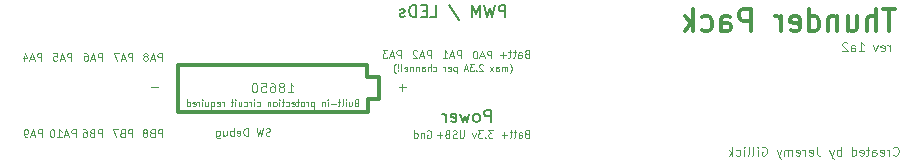
<source format=gbr>
G04 #@! TF.GenerationSoftware,KiCad,Pcbnew,(5.1.4-0-10_14)*
G04 #@! TF.CreationDate,2019-09-17T09:12:07-07:00*
G04 #@! TF.ProjectId,STM32L0xx_18650,53544d33-324c-4307-9878-5f3138363530,rev?*
G04 #@! TF.SameCoordinates,Original*
G04 #@! TF.FileFunction,Legend,Bot*
G04 #@! TF.FilePolarity,Positive*
%FSLAX46Y46*%
G04 Gerber Fmt 4.6, Leading zero omitted, Abs format (unit mm)*
G04 Created by KiCad (PCBNEW (5.1.4-0-10_14)) date 2019-09-17 09:12:07*
%MOMM*%
%LPD*%
G04 APERTURE LIST*
%ADD10C,0.100000*%
%ADD11C,0.060000*%
%ADD12C,0.200000*%
%ADD13C,0.300000*%
%ADD14C,0.080000*%
G04 APERTURE END LIST*
D10*
X152256428Y-96864285D02*
X152256428Y-96364285D01*
X152256428Y-96507142D02*
X152220714Y-96435714D01*
X152185000Y-96400000D01*
X152113571Y-96364285D01*
X152042142Y-96364285D01*
X151506428Y-96828571D02*
X151577857Y-96864285D01*
X151720714Y-96864285D01*
X151792142Y-96828571D01*
X151827857Y-96757142D01*
X151827857Y-96471428D01*
X151792142Y-96400000D01*
X151720714Y-96364285D01*
X151577857Y-96364285D01*
X151506428Y-96400000D01*
X151470714Y-96471428D01*
X151470714Y-96542857D01*
X151827857Y-96614285D01*
X151220714Y-96364285D02*
X151042142Y-96864285D01*
X150863571Y-96364285D01*
X149613571Y-96864285D02*
X150042142Y-96864285D01*
X149827857Y-96864285D02*
X149827857Y-96114285D01*
X149899285Y-96221428D01*
X149970714Y-96292857D01*
X150042142Y-96328571D01*
X148970714Y-96864285D02*
X148970714Y-96471428D01*
X149006428Y-96400000D01*
X149077857Y-96364285D01*
X149220714Y-96364285D01*
X149292142Y-96400000D01*
X148970714Y-96828571D02*
X149042142Y-96864285D01*
X149220714Y-96864285D01*
X149292142Y-96828571D01*
X149327857Y-96757142D01*
X149327857Y-96685714D01*
X149292142Y-96614285D01*
X149220714Y-96578571D01*
X149042142Y-96578571D01*
X148970714Y-96542857D01*
X148649285Y-96185714D02*
X148613571Y-96150000D01*
X148542142Y-96114285D01*
X148363571Y-96114285D01*
X148292142Y-96150000D01*
X148256428Y-96185714D01*
X148220714Y-96257142D01*
X148220714Y-96328571D01*
X148256428Y-96435714D01*
X148685000Y-96864285D01*
X148220714Y-96864285D01*
X152539285Y-105642857D02*
X152575000Y-105678571D01*
X152682142Y-105714285D01*
X152753571Y-105714285D01*
X152860714Y-105678571D01*
X152932142Y-105607142D01*
X152967857Y-105535714D01*
X153003571Y-105392857D01*
X153003571Y-105285714D01*
X152967857Y-105142857D01*
X152932142Y-105071428D01*
X152860714Y-105000000D01*
X152753571Y-104964285D01*
X152682142Y-104964285D01*
X152575000Y-105000000D01*
X152539285Y-105035714D01*
X152217857Y-105714285D02*
X152217857Y-105214285D01*
X152217857Y-105357142D02*
X152182142Y-105285714D01*
X152146428Y-105250000D01*
X152075000Y-105214285D01*
X152003571Y-105214285D01*
X151467857Y-105678571D02*
X151539285Y-105714285D01*
X151682142Y-105714285D01*
X151753571Y-105678571D01*
X151789285Y-105607142D01*
X151789285Y-105321428D01*
X151753571Y-105250000D01*
X151682142Y-105214285D01*
X151539285Y-105214285D01*
X151467857Y-105250000D01*
X151432142Y-105321428D01*
X151432142Y-105392857D01*
X151789285Y-105464285D01*
X150789285Y-105714285D02*
X150789285Y-105321428D01*
X150825000Y-105250000D01*
X150896428Y-105214285D01*
X151039285Y-105214285D01*
X151110714Y-105250000D01*
X150789285Y-105678571D02*
X150860714Y-105714285D01*
X151039285Y-105714285D01*
X151110714Y-105678571D01*
X151146428Y-105607142D01*
X151146428Y-105535714D01*
X151110714Y-105464285D01*
X151039285Y-105428571D01*
X150860714Y-105428571D01*
X150789285Y-105392857D01*
X150539285Y-105214285D02*
X150253571Y-105214285D01*
X150432142Y-104964285D02*
X150432142Y-105607142D01*
X150396428Y-105678571D01*
X150325000Y-105714285D01*
X150253571Y-105714285D01*
X149717857Y-105678571D02*
X149789285Y-105714285D01*
X149932142Y-105714285D01*
X150003571Y-105678571D01*
X150039285Y-105607142D01*
X150039285Y-105321428D01*
X150003571Y-105250000D01*
X149932142Y-105214285D01*
X149789285Y-105214285D01*
X149717857Y-105250000D01*
X149682142Y-105321428D01*
X149682142Y-105392857D01*
X150039285Y-105464285D01*
X149039285Y-105714285D02*
X149039285Y-104964285D01*
X149039285Y-105678571D02*
X149110714Y-105714285D01*
X149253571Y-105714285D01*
X149325000Y-105678571D01*
X149360714Y-105642857D01*
X149396428Y-105571428D01*
X149396428Y-105357142D01*
X149360714Y-105285714D01*
X149325000Y-105250000D01*
X149253571Y-105214285D01*
X149110714Y-105214285D01*
X149039285Y-105250000D01*
X148110714Y-105714285D02*
X148110714Y-104964285D01*
X148110714Y-105250000D02*
X148039285Y-105214285D01*
X147896428Y-105214285D01*
X147825000Y-105250000D01*
X147789285Y-105285714D01*
X147753571Y-105357142D01*
X147753571Y-105571428D01*
X147789285Y-105642857D01*
X147825000Y-105678571D01*
X147896428Y-105714285D01*
X148039285Y-105714285D01*
X148110714Y-105678571D01*
X147503571Y-105214285D02*
X147325000Y-105714285D01*
X147146428Y-105214285D02*
X147325000Y-105714285D01*
X147396428Y-105892857D01*
X147432142Y-105928571D01*
X147503571Y-105964285D01*
X146075000Y-104964285D02*
X146075000Y-105500000D01*
X146110714Y-105607142D01*
X146182142Y-105678571D01*
X146289285Y-105714285D01*
X146360714Y-105714285D01*
X145432142Y-105678571D02*
X145503571Y-105714285D01*
X145646428Y-105714285D01*
X145717857Y-105678571D01*
X145753571Y-105607142D01*
X145753571Y-105321428D01*
X145717857Y-105250000D01*
X145646428Y-105214285D01*
X145503571Y-105214285D01*
X145432142Y-105250000D01*
X145396428Y-105321428D01*
X145396428Y-105392857D01*
X145753571Y-105464285D01*
X145075000Y-105714285D02*
X145075000Y-105214285D01*
X145075000Y-105357142D02*
X145039285Y-105285714D01*
X145003571Y-105250000D01*
X144932142Y-105214285D01*
X144860714Y-105214285D01*
X144325000Y-105678571D02*
X144396428Y-105714285D01*
X144539285Y-105714285D01*
X144610714Y-105678571D01*
X144646428Y-105607142D01*
X144646428Y-105321428D01*
X144610714Y-105250000D01*
X144539285Y-105214285D01*
X144396428Y-105214285D01*
X144325000Y-105250000D01*
X144289285Y-105321428D01*
X144289285Y-105392857D01*
X144646428Y-105464285D01*
X143967857Y-105714285D02*
X143967857Y-105214285D01*
X143967857Y-105285714D02*
X143932142Y-105250000D01*
X143860714Y-105214285D01*
X143753571Y-105214285D01*
X143682142Y-105250000D01*
X143646428Y-105321428D01*
X143646428Y-105714285D01*
X143646428Y-105321428D02*
X143610714Y-105250000D01*
X143539285Y-105214285D01*
X143432142Y-105214285D01*
X143360714Y-105250000D01*
X143325000Y-105321428D01*
X143325000Y-105714285D01*
X143039285Y-105214285D02*
X142860714Y-105714285D01*
X142682142Y-105214285D02*
X142860714Y-105714285D01*
X142932142Y-105892857D01*
X142967857Y-105928571D01*
X143039285Y-105964285D01*
X141432142Y-105000000D02*
X141503571Y-104964285D01*
X141610714Y-104964285D01*
X141717857Y-105000000D01*
X141789285Y-105071428D01*
X141825000Y-105142857D01*
X141860714Y-105285714D01*
X141860714Y-105392857D01*
X141825000Y-105535714D01*
X141789285Y-105607142D01*
X141717857Y-105678571D01*
X141610714Y-105714285D01*
X141539285Y-105714285D01*
X141432142Y-105678571D01*
X141396428Y-105642857D01*
X141396428Y-105392857D01*
X141539285Y-105392857D01*
X141075000Y-105714285D02*
X141075000Y-105214285D01*
X141075000Y-104964285D02*
X141110714Y-105000000D01*
X141075000Y-105035714D01*
X141039285Y-105000000D01*
X141075000Y-104964285D01*
X141075000Y-105035714D01*
X140610714Y-105714285D02*
X140682142Y-105678571D01*
X140717857Y-105607142D01*
X140717857Y-104964285D01*
X140217857Y-105714285D02*
X140289285Y-105678571D01*
X140325000Y-105607142D01*
X140325000Y-104964285D01*
X139932142Y-105714285D02*
X139932142Y-105214285D01*
X139932142Y-104964285D02*
X139967857Y-105000000D01*
X139932142Y-105035714D01*
X139896428Y-105000000D01*
X139932142Y-104964285D01*
X139932142Y-105035714D01*
X139253571Y-105678571D02*
X139325000Y-105714285D01*
X139467857Y-105714285D01*
X139539285Y-105678571D01*
X139575000Y-105642857D01*
X139610714Y-105571428D01*
X139610714Y-105357142D01*
X139575000Y-105285714D01*
X139539285Y-105250000D01*
X139467857Y-105214285D01*
X139325000Y-105214285D01*
X139253571Y-105250000D01*
X138932142Y-105714285D02*
X138932142Y-104964285D01*
X138860714Y-105428571D02*
X138646428Y-105714285D01*
X138646428Y-105214285D02*
X138932142Y-105500000D01*
D11*
X120082142Y-98758333D02*
X120108333Y-98732142D01*
X120160714Y-98653571D01*
X120186904Y-98601190D01*
X120213095Y-98522619D01*
X120239285Y-98391666D01*
X120239285Y-98286904D01*
X120213095Y-98155952D01*
X120186904Y-98077380D01*
X120160714Y-98025000D01*
X120108333Y-97946428D01*
X120082142Y-97920238D01*
X119872619Y-98548809D02*
X119872619Y-98182142D01*
X119872619Y-98234523D02*
X119846428Y-98208333D01*
X119794047Y-98182142D01*
X119715476Y-98182142D01*
X119663095Y-98208333D01*
X119636904Y-98260714D01*
X119636904Y-98548809D01*
X119636904Y-98260714D02*
X119610714Y-98208333D01*
X119558333Y-98182142D01*
X119479761Y-98182142D01*
X119427380Y-98208333D01*
X119401190Y-98260714D01*
X119401190Y-98548809D01*
X118903571Y-98548809D02*
X118903571Y-98260714D01*
X118929761Y-98208333D01*
X118982142Y-98182142D01*
X119086904Y-98182142D01*
X119139285Y-98208333D01*
X118903571Y-98522619D02*
X118955952Y-98548809D01*
X119086904Y-98548809D01*
X119139285Y-98522619D01*
X119165476Y-98470238D01*
X119165476Y-98417857D01*
X119139285Y-98365476D01*
X119086904Y-98339285D01*
X118955952Y-98339285D01*
X118903571Y-98313095D01*
X118694047Y-98548809D02*
X118405952Y-98182142D01*
X118694047Y-98182142D02*
X118405952Y-98548809D01*
X117803571Y-98051190D02*
X117777380Y-98025000D01*
X117725000Y-97998809D01*
X117594047Y-97998809D01*
X117541666Y-98025000D01*
X117515476Y-98051190D01*
X117489285Y-98103571D01*
X117489285Y-98155952D01*
X117515476Y-98234523D01*
X117829761Y-98548809D01*
X117489285Y-98548809D01*
X117253571Y-98496428D02*
X117227380Y-98522619D01*
X117253571Y-98548809D01*
X117279761Y-98522619D01*
X117253571Y-98496428D01*
X117253571Y-98548809D01*
X117044047Y-97998809D02*
X116703571Y-97998809D01*
X116886904Y-98208333D01*
X116808333Y-98208333D01*
X116755952Y-98234523D01*
X116729761Y-98260714D01*
X116703571Y-98313095D01*
X116703571Y-98444047D01*
X116729761Y-98496428D01*
X116755952Y-98522619D01*
X116808333Y-98548809D01*
X116965476Y-98548809D01*
X117017857Y-98522619D01*
X117044047Y-98496428D01*
X116494047Y-98391666D02*
X116232142Y-98391666D01*
X116546428Y-98548809D02*
X116363095Y-97998809D01*
X116179761Y-98548809D01*
X115577380Y-98182142D02*
X115577380Y-98732142D01*
X115577380Y-98208333D02*
X115525000Y-98182142D01*
X115420238Y-98182142D01*
X115367857Y-98208333D01*
X115341666Y-98234523D01*
X115315476Y-98286904D01*
X115315476Y-98444047D01*
X115341666Y-98496428D01*
X115367857Y-98522619D01*
X115420238Y-98548809D01*
X115525000Y-98548809D01*
X115577380Y-98522619D01*
X114870238Y-98522619D02*
X114922619Y-98548809D01*
X115027380Y-98548809D01*
X115079761Y-98522619D01*
X115105952Y-98470238D01*
X115105952Y-98260714D01*
X115079761Y-98208333D01*
X115027380Y-98182142D01*
X114922619Y-98182142D01*
X114870238Y-98208333D01*
X114844047Y-98260714D01*
X114844047Y-98313095D01*
X115105952Y-98365476D01*
X114608333Y-98548809D02*
X114608333Y-98182142D01*
X114608333Y-98286904D02*
X114582142Y-98234523D01*
X114555952Y-98208333D01*
X114503571Y-98182142D01*
X114451190Y-98182142D01*
X113613095Y-98522619D02*
X113665476Y-98548809D01*
X113770238Y-98548809D01*
X113822619Y-98522619D01*
X113848809Y-98496428D01*
X113875000Y-98444047D01*
X113875000Y-98286904D01*
X113848809Y-98234523D01*
X113822619Y-98208333D01*
X113770238Y-98182142D01*
X113665476Y-98182142D01*
X113613095Y-98208333D01*
X113377380Y-98548809D02*
X113377380Y-97998809D01*
X113141666Y-98548809D02*
X113141666Y-98260714D01*
X113167857Y-98208333D01*
X113220238Y-98182142D01*
X113298809Y-98182142D01*
X113351190Y-98208333D01*
X113377380Y-98234523D01*
X112644047Y-98548809D02*
X112644047Y-98260714D01*
X112670238Y-98208333D01*
X112722619Y-98182142D01*
X112827380Y-98182142D01*
X112879761Y-98208333D01*
X112644047Y-98522619D02*
X112696428Y-98548809D01*
X112827380Y-98548809D01*
X112879761Y-98522619D01*
X112905952Y-98470238D01*
X112905952Y-98417857D01*
X112879761Y-98365476D01*
X112827380Y-98339285D01*
X112696428Y-98339285D01*
X112644047Y-98313095D01*
X112382142Y-98182142D02*
X112382142Y-98548809D01*
X112382142Y-98234523D02*
X112355952Y-98208333D01*
X112303571Y-98182142D01*
X112225000Y-98182142D01*
X112172619Y-98208333D01*
X112146428Y-98260714D01*
X112146428Y-98548809D01*
X111884523Y-98182142D02*
X111884523Y-98548809D01*
X111884523Y-98234523D02*
X111858333Y-98208333D01*
X111805952Y-98182142D01*
X111727380Y-98182142D01*
X111675000Y-98208333D01*
X111648809Y-98260714D01*
X111648809Y-98548809D01*
X111177380Y-98522619D02*
X111229761Y-98548809D01*
X111334523Y-98548809D01*
X111386904Y-98522619D01*
X111413095Y-98470238D01*
X111413095Y-98260714D01*
X111386904Y-98208333D01*
X111334523Y-98182142D01*
X111229761Y-98182142D01*
X111177380Y-98208333D01*
X111151190Y-98260714D01*
X111151190Y-98313095D01*
X111413095Y-98365476D01*
X110836904Y-98548809D02*
X110889285Y-98522619D01*
X110915476Y-98470238D01*
X110915476Y-97998809D01*
X110627380Y-98496428D02*
X110601190Y-98522619D01*
X110627380Y-98548809D01*
X110653571Y-98522619D01*
X110627380Y-98496428D01*
X110627380Y-98548809D01*
X110627380Y-98339285D02*
X110653571Y-98025000D01*
X110627380Y-97998809D01*
X110601190Y-98025000D01*
X110627380Y-98339285D01*
X110627380Y-97998809D01*
X110417857Y-98758333D02*
X110391666Y-98732142D01*
X110339285Y-98653571D01*
X110313095Y-98601190D01*
X110286904Y-98522619D01*
X110260714Y-98391666D01*
X110260714Y-98286904D01*
X110286904Y-98155952D01*
X110313095Y-98077380D01*
X110339285Y-98025000D01*
X110391666Y-97946428D01*
X110417857Y-97920238D01*
D10*
X90608333Y-97694047D02*
X90608333Y-97044047D01*
X90360714Y-97044047D01*
X90298809Y-97075000D01*
X90267857Y-97105952D01*
X90236904Y-97167857D01*
X90236904Y-97260714D01*
X90267857Y-97322619D01*
X90298809Y-97353571D01*
X90360714Y-97384523D01*
X90608333Y-97384523D01*
X89989285Y-97508333D02*
X89679761Y-97508333D01*
X90051190Y-97694047D02*
X89834523Y-97044047D01*
X89617857Y-97694047D01*
X89308333Y-97322619D02*
X89370238Y-97291666D01*
X89401190Y-97260714D01*
X89432142Y-97198809D01*
X89432142Y-97167857D01*
X89401190Y-97105952D01*
X89370238Y-97075000D01*
X89308333Y-97044047D01*
X89184523Y-97044047D01*
X89122619Y-97075000D01*
X89091666Y-97105952D01*
X89060714Y-97167857D01*
X89060714Y-97198809D01*
X89091666Y-97260714D01*
X89122619Y-97291666D01*
X89184523Y-97322619D01*
X89308333Y-97322619D01*
X89370238Y-97353571D01*
X89401190Y-97384523D01*
X89432142Y-97446428D01*
X89432142Y-97570238D01*
X89401190Y-97632142D01*
X89370238Y-97663095D01*
X89308333Y-97694047D01*
X89184523Y-97694047D01*
X89122619Y-97663095D01*
X89091666Y-97632142D01*
X89060714Y-97570238D01*
X89060714Y-97446428D01*
X89091666Y-97384523D01*
X89122619Y-97353571D01*
X89184523Y-97322619D01*
X88133333Y-97694047D02*
X88133333Y-97044047D01*
X87885714Y-97044047D01*
X87823809Y-97075000D01*
X87792857Y-97105952D01*
X87761904Y-97167857D01*
X87761904Y-97260714D01*
X87792857Y-97322619D01*
X87823809Y-97353571D01*
X87885714Y-97384523D01*
X88133333Y-97384523D01*
X87514285Y-97508333D02*
X87204761Y-97508333D01*
X87576190Y-97694047D02*
X87359523Y-97044047D01*
X87142857Y-97694047D01*
X86988095Y-97044047D02*
X86554761Y-97044047D01*
X86833333Y-97694047D01*
X85558333Y-97694047D02*
X85558333Y-97044047D01*
X85310714Y-97044047D01*
X85248809Y-97075000D01*
X85217857Y-97105952D01*
X85186904Y-97167857D01*
X85186904Y-97260714D01*
X85217857Y-97322619D01*
X85248809Y-97353571D01*
X85310714Y-97384523D01*
X85558333Y-97384523D01*
X84939285Y-97508333D02*
X84629761Y-97508333D01*
X85001190Y-97694047D02*
X84784523Y-97044047D01*
X84567857Y-97694047D01*
X84072619Y-97044047D02*
X84196428Y-97044047D01*
X84258333Y-97075000D01*
X84289285Y-97105952D01*
X84351190Y-97198809D01*
X84382142Y-97322619D01*
X84382142Y-97570238D01*
X84351190Y-97632142D01*
X84320238Y-97663095D01*
X84258333Y-97694047D01*
X84134523Y-97694047D01*
X84072619Y-97663095D01*
X84041666Y-97632142D01*
X84010714Y-97570238D01*
X84010714Y-97415476D01*
X84041666Y-97353571D01*
X84072619Y-97322619D01*
X84134523Y-97291666D01*
X84258333Y-97291666D01*
X84320238Y-97322619D01*
X84351190Y-97353571D01*
X84382142Y-97415476D01*
X82958333Y-97694047D02*
X82958333Y-97044047D01*
X82710714Y-97044047D01*
X82648809Y-97075000D01*
X82617857Y-97105952D01*
X82586904Y-97167857D01*
X82586904Y-97260714D01*
X82617857Y-97322619D01*
X82648809Y-97353571D01*
X82710714Y-97384523D01*
X82958333Y-97384523D01*
X82339285Y-97508333D02*
X82029761Y-97508333D01*
X82401190Y-97694047D02*
X82184523Y-97044047D01*
X81967857Y-97694047D01*
X81441666Y-97044047D02*
X81751190Y-97044047D01*
X81782142Y-97353571D01*
X81751190Y-97322619D01*
X81689285Y-97291666D01*
X81534523Y-97291666D01*
X81472619Y-97322619D01*
X81441666Y-97353571D01*
X81410714Y-97415476D01*
X81410714Y-97570238D01*
X81441666Y-97632142D01*
X81472619Y-97663095D01*
X81534523Y-97694047D01*
X81689285Y-97694047D01*
X81751190Y-97663095D01*
X81782142Y-97632142D01*
X80408333Y-97694047D02*
X80408333Y-97044047D01*
X80160714Y-97044047D01*
X80098809Y-97075000D01*
X80067857Y-97105952D01*
X80036904Y-97167857D01*
X80036904Y-97260714D01*
X80067857Y-97322619D01*
X80098809Y-97353571D01*
X80160714Y-97384523D01*
X80408333Y-97384523D01*
X79789285Y-97508333D02*
X79479761Y-97508333D01*
X79851190Y-97694047D02*
X79634523Y-97044047D01*
X79417857Y-97694047D01*
X78922619Y-97260714D02*
X78922619Y-97694047D01*
X79077380Y-97013095D02*
X79232142Y-97477380D01*
X78829761Y-97477380D01*
X90654761Y-104144047D02*
X90654761Y-103494047D01*
X90407142Y-103494047D01*
X90345238Y-103525000D01*
X90314285Y-103555952D01*
X90283333Y-103617857D01*
X90283333Y-103710714D01*
X90314285Y-103772619D01*
X90345238Y-103803571D01*
X90407142Y-103834523D01*
X90654761Y-103834523D01*
X89788095Y-103803571D02*
X89695238Y-103834523D01*
X89664285Y-103865476D01*
X89633333Y-103927380D01*
X89633333Y-104020238D01*
X89664285Y-104082142D01*
X89695238Y-104113095D01*
X89757142Y-104144047D01*
X90004761Y-104144047D01*
X90004761Y-103494047D01*
X89788095Y-103494047D01*
X89726190Y-103525000D01*
X89695238Y-103555952D01*
X89664285Y-103617857D01*
X89664285Y-103679761D01*
X89695238Y-103741666D01*
X89726190Y-103772619D01*
X89788095Y-103803571D01*
X90004761Y-103803571D01*
X89261904Y-103772619D02*
X89323809Y-103741666D01*
X89354761Y-103710714D01*
X89385714Y-103648809D01*
X89385714Y-103617857D01*
X89354761Y-103555952D01*
X89323809Y-103525000D01*
X89261904Y-103494047D01*
X89138095Y-103494047D01*
X89076190Y-103525000D01*
X89045238Y-103555952D01*
X89014285Y-103617857D01*
X89014285Y-103648809D01*
X89045238Y-103710714D01*
X89076190Y-103741666D01*
X89138095Y-103772619D01*
X89261904Y-103772619D01*
X89323809Y-103803571D01*
X89354761Y-103834523D01*
X89385714Y-103896428D01*
X89385714Y-104020238D01*
X89354761Y-104082142D01*
X89323809Y-104113095D01*
X89261904Y-104144047D01*
X89138095Y-104144047D01*
X89076190Y-104113095D01*
X89045238Y-104082142D01*
X89014285Y-104020238D01*
X89014285Y-103896428D01*
X89045238Y-103834523D01*
X89076190Y-103803571D01*
X89138095Y-103772619D01*
X88129761Y-104144047D02*
X88129761Y-103494047D01*
X87882142Y-103494047D01*
X87820238Y-103525000D01*
X87789285Y-103555952D01*
X87758333Y-103617857D01*
X87758333Y-103710714D01*
X87789285Y-103772619D01*
X87820238Y-103803571D01*
X87882142Y-103834523D01*
X88129761Y-103834523D01*
X87263095Y-103803571D02*
X87170238Y-103834523D01*
X87139285Y-103865476D01*
X87108333Y-103927380D01*
X87108333Y-104020238D01*
X87139285Y-104082142D01*
X87170238Y-104113095D01*
X87232142Y-104144047D01*
X87479761Y-104144047D01*
X87479761Y-103494047D01*
X87263095Y-103494047D01*
X87201190Y-103525000D01*
X87170238Y-103555952D01*
X87139285Y-103617857D01*
X87139285Y-103679761D01*
X87170238Y-103741666D01*
X87201190Y-103772619D01*
X87263095Y-103803571D01*
X87479761Y-103803571D01*
X86891666Y-103494047D02*
X86458333Y-103494047D01*
X86736904Y-104144047D01*
X85554761Y-104144047D02*
X85554761Y-103494047D01*
X85307142Y-103494047D01*
X85245238Y-103525000D01*
X85214285Y-103555952D01*
X85183333Y-103617857D01*
X85183333Y-103710714D01*
X85214285Y-103772619D01*
X85245238Y-103803571D01*
X85307142Y-103834523D01*
X85554761Y-103834523D01*
X84688095Y-103803571D02*
X84595238Y-103834523D01*
X84564285Y-103865476D01*
X84533333Y-103927380D01*
X84533333Y-104020238D01*
X84564285Y-104082142D01*
X84595238Y-104113095D01*
X84657142Y-104144047D01*
X84904761Y-104144047D01*
X84904761Y-103494047D01*
X84688095Y-103494047D01*
X84626190Y-103525000D01*
X84595238Y-103555952D01*
X84564285Y-103617857D01*
X84564285Y-103679761D01*
X84595238Y-103741666D01*
X84626190Y-103772619D01*
X84688095Y-103803571D01*
X84904761Y-103803571D01*
X83976190Y-103494047D02*
X84100000Y-103494047D01*
X84161904Y-103525000D01*
X84192857Y-103555952D01*
X84254761Y-103648809D01*
X84285714Y-103772619D01*
X84285714Y-104020238D01*
X84254761Y-104082142D01*
X84223809Y-104113095D01*
X84161904Y-104144047D01*
X84038095Y-104144047D01*
X83976190Y-104113095D01*
X83945238Y-104082142D01*
X83914285Y-104020238D01*
X83914285Y-103865476D01*
X83945238Y-103803571D01*
X83976190Y-103772619D01*
X84038095Y-103741666D01*
X84161904Y-103741666D01*
X84223809Y-103772619D01*
X84254761Y-103803571D01*
X84285714Y-103865476D01*
X83317857Y-104144047D02*
X83317857Y-103494047D01*
X83070238Y-103494047D01*
X83008333Y-103525000D01*
X82977380Y-103555952D01*
X82946428Y-103617857D01*
X82946428Y-103710714D01*
X82977380Y-103772619D01*
X83008333Y-103803571D01*
X83070238Y-103834523D01*
X83317857Y-103834523D01*
X82698809Y-103958333D02*
X82389285Y-103958333D01*
X82760714Y-104144047D02*
X82544047Y-103494047D01*
X82327380Y-104144047D01*
X81770238Y-104144047D02*
X82141666Y-104144047D01*
X81955952Y-104144047D02*
X81955952Y-103494047D01*
X82017857Y-103586904D01*
X82079761Y-103648809D01*
X82141666Y-103679761D01*
X81367857Y-103494047D02*
X81305952Y-103494047D01*
X81244047Y-103525000D01*
X81213095Y-103555952D01*
X81182142Y-103617857D01*
X81151190Y-103741666D01*
X81151190Y-103896428D01*
X81182142Y-104020238D01*
X81213095Y-104082142D01*
X81244047Y-104113095D01*
X81305952Y-104144047D01*
X81367857Y-104144047D01*
X81429761Y-104113095D01*
X81460714Y-104082142D01*
X81491666Y-104020238D01*
X81522619Y-103896428D01*
X81522619Y-103741666D01*
X81491666Y-103617857D01*
X81460714Y-103555952D01*
X81429761Y-103525000D01*
X81367857Y-103494047D01*
X80483333Y-104144047D02*
X80483333Y-103494047D01*
X80235714Y-103494047D01*
X80173809Y-103525000D01*
X80142857Y-103555952D01*
X80111904Y-103617857D01*
X80111904Y-103710714D01*
X80142857Y-103772619D01*
X80173809Y-103803571D01*
X80235714Y-103834523D01*
X80483333Y-103834523D01*
X79864285Y-103958333D02*
X79554761Y-103958333D01*
X79926190Y-104144047D02*
X79709523Y-103494047D01*
X79492857Y-104144047D01*
X79245238Y-104144047D02*
X79121428Y-104144047D01*
X79059523Y-104113095D01*
X79028571Y-104082142D01*
X78966666Y-103989285D01*
X78935714Y-103865476D01*
X78935714Y-103617857D01*
X78966666Y-103555952D01*
X78997619Y-103525000D01*
X79059523Y-103494047D01*
X79183333Y-103494047D01*
X79245238Y-103525000D01*
X79276190Y-103555952D01*
X79307142Y-103617857D01*
X79307142Y-103772619D01*
X79276190Y-103834523D01*
X79245238Y-103865476D01*
X79183333Y-103896428D01*
X79059523Y-103896428D01*
X78997619Y-103865476D01*
X78966666Y-103834523D01*
X78935714Y-103772619D01*
X110858333Y-97469047D02*
X110858333Y-96819047D01*
X110610714Y-96819047D01*
X110548809Y-96850000D01*
X110517857Y-96880952D01*
X110486904Y-96942857D01*
X110486904Y-97035714D01*
X110517857Y-97097619D01*
X110548809Y-97128571D01*
X110610714Y-97159523D01*
X110858333Y-97159523D01*
X110239285Y-97283333D02*
X109929761Y-97283333D01*
X110301190Y-97469047D02*
X110084523Y-96819047D01*
X109867857Y-97469047D01*
X109713095Y-96819047D02*
X109310714Y-96819047D01*
X109527380Y-97066666D01*
X109434523Y-97066666D01*
X109372619Y-97097619D01*
X109341666Y-97128571D01*
X109310714Y-97190476D01*
X109310714Y-97345238D01*
X109341666Y-97407142D01*
X109372619Y-97438095D01*
X109434523Y-97469047D01*
X109620238Y-97469047D01*
X109682142Y-97438095D01*
X109713095Y-97407142D01*
X113408333Y-97469047D02*
X113408333Y-96819047D01*
X113160714Y-96819047D01*
X113098809Y-96850000D01*
X113067857Y-96880952D01*
X113036904Y-96942857D01*
X113036904Y-97035714D01*
X113067857Y-97097619D01*
X113098809Y-97128571D01*
X113160714Y-97159523D01*
X113408333Y-97159523D01*
X112789285Y-97283333D02*
X112479761Y-97283333D01*
X112851190Y-97469047D02*
X112634523Y-96819047D01*
X112417857Y-97469047D01*
X112232142Y-96880952D02*
X112201190Y-96850000D01*
X112139285Y-96819047D01*
X111984523Y-96819047D01*
X111922619Y-96850000D01*
X111891666Y-96880952D01*
X111860714Y-96942857D01*
X111860714Y-97004761D01*
X111891666Y-97097619D01*
X112263095Y-97469047D01*
X111860714Y-97469047D01*
X115958333Y-97469047D02*
X115958333Y-96819047D01*
X115710714Y-96819047D01*
X115648809Y-96850000D01*
X115617857Y-96880952D01*
X115586904Y-96942857D01*
X115586904Y-97035714D01*
X115617857Y-97097619D01*
X115648809Y-97128571D01*
X115710714Y-97159523D01*
X115958333Y-97159523D01*
X115339285Y-97283333D02*
X115029761Y-97283333D01*
X115401190Y-97469047D02*
X115184523Y-96819047D01*
X114967857Y-97469047D01*
X114410714Y-97469047D02*
X114782142Y-97469047D01*
X114596428Y-97469047D02*
X114596428Y-96819047D01*
X114658333Y-96911904D01*
X114720238Y-96973809D01*
X114782142Y-97004761D01*
X118508333Y-97494047D02*
X118508333Y-96844047D01*
X118260714Y-96844047D01*
X118198809Y-96875000D01*
X118167857Y-96905952D01*
X118136904Y-96967857D01*
X118136904Y-97060714D01*
X118167857Y-97122619D01*
X118198809Y-97153571D01*
X118260714Y-97184523D01*
X118508333Y-97184523D01*
X117889285Y-97308333D02*
X117579761Y-97308333D01*
X117951190Y-97494047D02*
X117734523Y-96844047D01*
X117517857Y-97494047D01*
X117177380Y-96844047D02*
X117115476Y-96844047D01*
X117053571Y-96875000D01*
X117022619Y-96905952D01*
X116991666Y-96967857D01*
X116960714Y-97091666D01*
X116960714Y-97246428D01*
X116991666Y-97370238D01*
X117022619Y-97432142D01*
X117053571Y-97463095D01*
X117115476Y-97494047D01*
X117177380Y-97494047D01*
X117239285Y-97463095D01*
X117270238Y-97432142D01*
X117301190Y-97370238D01*
X117332142Y-97246428D01*
X117332142Y-97091666D01*
X117301190Y-96967857D01*
X117270238Y-96905952D01*
X117239285Y-96875000D01*
X117177380Y-96844047D01*
X121521428Y-97078571D02*
X121428571Y-97109523D01*
X121397619Y-97140476D01*
X121366666Y-97202380D01*
X121366666Y-97295238D01*
X121397619Y-97357142D01*
X121428571Y-97388095D01*
X121490476Y-97419047D01*
X121738095Y-97419047D01*
X121738095Y-96769047D01*
X121521428Y-96769047D01*
X121459523Y-96800000D01*
X121428571Y-96830952D01*
X121397619Y-96892857D01*
X121397619Y-96954761D01*
X121428571Y-97016666D01*
X121459523Y-97047619D01*
X121521428Y-97078571D01*
X121738095Y-97078571D01*
X120809523Y-97419047D02*
X120809523Y-97078571D01*
X120840476Y-97016666D01*
X120902380Y-96985714D01*
X121026190Y-96985714D01*
X121088095Y-97016666D01*
X120809523Y-97388095D02*
X120871428Y-97419047D01*
X121026190Y-97419047D01*
X121088095Y-97388095D01*
X121119047Y-97326190D01*
X121119047Y-97264285D01*
X121088095Y-97202380D01*
X121026190Y-97171428D01*
X120871428Y-97171428D01*
X120809523Y-97140476D01*
X120592857Y-96985714D02*
X120345238Y-96985714D01*
X120500000Y-96769047D02*
X120500000Y-97326190D01*
X120469047Y-97388095D01*
X120407142Y-97419047D01*
X120345238Y-97419047D01*
X120221428Y-96985714D02*
X119973809Y-96985714D01*
X120128571Y-96769047D02*
X120128571Y-97326190D01*
X120097619Y-97388095D01*
X120035714Y-97419047D01*
X119973809Y-97419047D01*
X119757142Y-97171428D02*
X119261904Y-97171428D01*
X119509523Y-97419047D02*
X119509523Y-96923809D01*
D12*
X119702380Y-93977380D02*
X119702380Y-92977380D01*
X119321428Y-92977380D01*
X119226190Y-93025000D01*
X119178571Y-93072619D01*
X119130952Y-93167857D01*
X119130952Y-93310714D01*
X119178571Y-93405952D01*
X119226190Y-93453571D01*
X119321428Y-93501190D01*
X119702380Y-93501190D01*
X118797619Y-92977380D02*
X118559523Y-93977380D01*
X118369047Y-93263095D01*
X118178571Y-93977380D01*
X117940476Y-92977380D01*
X117559523Y-93977380D02*
X117559523Y-92977380D01*
X117226190Y-93691666D01*
X116892857Y-92977380D01*
X116892857Y-93977380D01*
X114940476Y-92929761D02*
X115797619Y-94215476D01*
X113369047Y-93977380D02*
X113845238Y-93977380D01*
X113845238Y-92977380D01*
X113035714Y-93453571D02*
X112702380Y-93453571D01*
X112559523Y-93977380D02*
X113035714Y-93977380D01*
X113035714Y-92977380D01*
X112559523Y-92977380D01*
X112130952Y-93977380D02*
X112130952Y-92977380D01*
X111892857Y-92977380D01*
X111750000Y-93025000D01*
X111654761Y-93120238D01*
X111607142Y-93215476D01*
X111559523Y-93405952D01*
X111559523Y-93548809D01*
X111607142Y-93739285D01*
X111654761Y-93834523D01*
X111750000Y-93929761D01*
X111892857Y-93977380D01*
X112130952Y-93977380D01*
X111178571Y-93929761D02*
X111083333Y-93977380D01*
X110892857Y-93977380D01*
X110797619Y-93929761D01*
X110750000Y-93834523D01*
X110750000Y-93786904D01*
X110797619Y-93691666D01*
X110892857Y-93644047D01*
X111035714Y-93644047D01*
X111130952Y-93596428D01*
X111178571Y-93501190D01*
X111178571Y-93453571D01*
X111130952Y-93358333D01*
X111035714Y-93310714D01*
X110892857Y-93310714D01*
X110797619Y-93358333D01*
D10*
X121492857Y-103853571D02*
X121407142Y-103884523D01*
X121378571Y-103915476D01*
X121350000Y-103977380D01*
X121350000Y-104070238D01*
X121378571Y-104132142D01*
X121407142Y-104163095D01*
X121464285Y-104194047D01*
X121692857Y-104194047D01*
X121692857Y-103544047D01*
X121492857Y-103544047D01*
X121435714Y-103575000D01*
X121407142Y-103605952D01*
X121378571Y-103667857D01*
X121378571Y-103729761D01*
X121407142Y-103791666D01*
X121435714Y-103822619D01*
X121492857Y-103853571D01*
X121692857Y-103853571D01*
X120835714Y-104194047D02*
X120835714Y-103853571D01*
X120864285Y-103791666D01*
X120921428Y-103760714D01*
X121035714Y-103760714D01*
X121092857Y-103791666D01*
X120835714Y-104163095D02*
X120892857Y-104194047D01*
X121035714Y-104194047D01*
X121092857Y-104163095D01*
X121121428Y-104101190D01*
X121121428Y-104039285D01*
X121092857Y-103977380D01*
X121035714Y-103946428D01*
X120892857Y-103946428D01*
X120835714Y-103915476D01*
X120635714Y-103760714D02*
X120407142Y-103760714D01*
X120550000Y-103544047D02*
X120550000Y-104101190D01*
X120521428Y-104163095D01*
X120464285Y-104194047D01*
X120407142Y-104194047D01*
X120292857Y-103760714D02*
X120064285Y-103760714D01*
X120207142Y-103544047D02*
X120207142Y-104101190D01*
X120178571Y-104163095D01*
X120121428Y-104194047D01*
X120064285Y-104194047D01*
X119864285Y-103946428D02*
X119407142Y-103946428D01*
X119635714Y-104194047D02*
X119635714Y-103698809D01*
X118632142Y-103569047D02*
X118260714Y-103569047D01*
X118460714Y-103816666D01*
X118375000Y-103816666D01*
X118317857Y-103847619D01*
X118289285Y-103878571D01*
X118260714Y-103940476D01*
X118260714Y-104095238D01*
X118289285Y-104157142D01*
X118317857Y-104188095D01*
X118375000Y-104219047D01*
X118546428Y-104219047D01*
X118603571Y-104188095D01*
X118632142Y-104157142D01*
X118003571Y-104157142D02*
X117975000Y-104188095D01*
X118003571Y-104219047D01*
X118032142Y-104188095D01*
X118003571Y-104157142D01*
X118003571Y-104219047D01*
X117775000Y-103569047D02*
X117403571Y-103569047D01*
X117603571Y-103816666D01*
X117517857Y-103816666D01*
X117460714Y-103847619D01*
X117432142Y-103878571D01*
X117403571Y-103940476D01*
X117403571Y-104095238D01*
X117432142Y-104157142D01*
X117460714Y-104188095D01*
X117517857Y-104219047D01*
X117689285Y-104219047D01*
X117746428Y-104188095D01*
X117775000Y-104157142D01*
X117203571Y-103785714D02*
X117060714Y-104219047D01*
X116917857Y-103785714D01*
X116178571Y-103569047D02*
X116178571Y-104095238D01*
X116150000Y-104157142D01*
X116121428Y-104188095D01*
X116064285Y-104219047D01*
X115950000Y-104219047D01*
X115892857Y-104188095D01*
X115864285Y-104157142D01*
X115835714Y-104095238D01*
X115835714Y-103569047D01*
X115578571Y-104188095D02*
X115492857Y-104219047D01*
X115350000Y-104219047D01*
X115292857Y-104188095D01*
X115264285Y-104157142D01*
X115235714Y-104095238D01*
X115235714Y-104033333D01*
X115264285Y-103971428D01*
X115292857Y-103940476D01*
X115350000Y-103909523D01*
X115464285Y-103878571D01*
X115521428Y-103847619D01*
X115550000Y-103816666D01*
X115578571Y-103754761D01*
X115578571Y-103692857D01*
X115550000Y-103630952D01*
X115521428Y-103600000D01*
X115464285Y-103569047D01*
X115321428Y-103569047D01*
X115235714Y-103600000D01*
X114778571Y-103878571D02*
X114692857Y-103909523D01*
X114664285Y-103940476D01*
X114635714Y-104002380D01*
X114635714Y-104095238D01*
X114664285Y-104157142D01*
X114692857Y-104188095D01*
X114750000Y-104219047D01*
X114978571Y-104219047D01*
X114978571Y-103569047D01*
X114778571Y-103569047D01*
X114721428Y-103600000D01*
X114692857Y-103630952D01*
X114664285Y-103692857D01*
X114664285Y-103754761D01*
X114692857Y-103816666D01*
X114721428Y-103847619D01*
X114778571Y-103878571D01*
X114978571Y-103878571D01*
X114378571Y-103971428D02*
X113921428Y-103971428D01*
X114150000Y-104219047D02*
X114150000Y-103723809D01*
X113085714Y-103600000D02*
X113142857Y-103569047D01*
X113228571Y-103569047D01*
X113314285Y-103600000D01*
X113371428Y-103661904D01*
X113400000Y-103723809D01*
X113428571Y-103847619D01*
X113428571Y-103940476D01*
X113400000Y-104064285D01*
X113371428Y-104126190D01*
X113314285Y-104188095D01*
X113228571Y-104219047D01*
X113171428Y-104219047D01*
X113085714Y-104188095D01*
X113057142Y-104157142D01*
X113057142Y-103940476D01*
X113171428Y-103940476D01*
X112800000Y-103785714D02*
X112800000Y-104219047D01*
X112800000Y-103847619D02*
X112771428Y-103816666D01*
X112714285Y-103785714D01*
X112628571Y-103785714D01*
X112571428Y-103816666D01*
X112542857Y-103878571D01*
X112542857Y-104219047D01*
X112000000Y-104219047D02*
X112000000Y-103569047D01*
X112000000Y-104188095D02*
X112057142Y-104219047D01*
X112171428Y-104219047D01*
X112228571Y-104188095D01*
X112257142Y-104157142D01*
X112285714Y-104095238D01*
X112285714Y-103909523D01*
X112257142Y-103847619D01*
X112228571Y-103816666D01*
X112171428Y-103785714D01*
X112057142Y-103785714D01*
X112000000Y-103816666D01*
D12*
X118476190Y-102852380D02*
X118476190Y-101852380D01*
X118095238Y-101852380D01*
X118000000Y-101900000D01*
X117952380Y-101947619D01*
X117904761Y-102042857D01*
X117904761Y-102185714D01*
X117952380Y-102280952D01*
X118000000Y-102328571D01*
X118095238Y-102376190D01*
X118476190Y-102376190D01*
X117333333Y-102852380D02*
X117428571Y-102804761D01*
X117476190Y-102757142D01*
X117523809Y-102661904D01*
X117523809Y-102376190D01*
X117476190Y-102280952D01*
X117428571Y-102233333D01*
X117333333Y-102185714D01*
X117190476Y-102185714D01*
X117095238Y-102233333D01*
X117047619Y-102280952D01*
X117000000Y-102376190D01*
X117000000Y-102661904D01*
X117047619Y-102757142D01*
X117095238Y-102804761D01*
X117190476Y-102852380D01*
X117333333Y-102852380D01*
X116666666Y-102185714D02*
X116476190Y-102852380D01*
X116285714Y-102376190D01*
X116095238Y-102852380D01*
X115904761Y-102185714D01*
X115142857Y-102804761D02*
X115238095Y-102852380D01*
X115428571Y-102852380D01*
X115523809Y-102804761D01*
X115571428Y-102709523D01*
X115571428Y-102328571D01*
X115523809Y-102233333D01*
X115428571Y-102185714D01*
X115238095Y-102185714D01*
X115142857Y-102233333D01*
X115095238Y-102328571D01*
X115095238Y-102423809D01*
X115571428Y-102519047D01*
X114666666Y-102852380D02*
X114666666Y-102185714D01*
X114666666Y-102376190D02*
X114619047Y-102280952D01*
X114571428Y-102233333D01*
X114476190Y-102185714D01*
X114380952Y-102185714D01*
D13*
X152708571Y-93339285D02*
X151680000Y-93339285D01*
X152194285Y-95139285D02*
X152194285Y-93339285D01*
X151080000Y-95139285D02*
X151080000Y-93339285D01*
X150308571Y-95139285D02*
X150308571Y-94196428D01*
X150394285Y-94025000D01*
X150565714Y-93939285D01*
X150822857Y-93939285D01*
X150994285Y-94025000D01*
X151080000Y-94110714D01*
X148680000Y-93939285D02*
X148680000Y-95139285D01*
X149451428Y-93939285D02*
X149451428Y-94882142D01*
X149365714Y-95053571D01*
X149194285Y-95139285D01*
X148937142Y-95139285D01*
X148765714Y-95053571D01*
X148680000Y-94967857D01*
X147822857Y-93939285D02*
X147822857Y-95139285D01*
X147822857Y-94110714D02*
X147737142Y-94025000D01*
X147565714Y-93939285D01*
X147308571Y-93939285D01*
X147137142Y-94025000D01*
X147051428Y-94196428D01*
X147051428Y-95139285D01*
X145422857Y-95139285D02*
X145422857Y-93339285D01*
X145422857Y-95053571D02*
X145594285Y-95139285D01*
X145937142Y-95139285D01*
X146108571Y-95053571D01*
X146194285Y-94967857D01*
X146280000Y-94796428D01*
X146280000Y-94282142D01*
X146194285Y-94110714D01*
X146108571Y-94025000D01*
X145937142Y-93939285D01*
X145594285Y-93939285D01*
X145422857Y-94025000D01*
X143880000Y-95053571D02*
X144051428Y-95139285D01*
X144394285Y-95139285D01*
X144565714Y-95053571D01*
X144651428Y-94882142D01*
X144651428Y-94196428D01*
X144565714Y-94025000D01*
X144394285Y-93939285D01*
X144051428Y-93939285D01*
X143880000Y-94025000D01*
X143794285Y-94196428D01*
X143794285Y-94367857D01*
X144651428Y-94539285D01*
X143022857Y-95139285D02*
X143022857Y-93939285D01*
X143022857Y-94282142D02*
X142937142Y-94110714D01*
X142851428Y-94025000D01*
X142680000Y-93939285D01*
X142508571Y-93939285D01*
X140537142Y-95139285D02*
X140537142Y-93339285D01*
X139851428Y-93339285D01*
X139680000Y-93425000D01*
X139594285Y-93510714D01*
X139508571Y-93682142D01*
X139508571Y-93939285D01*
X139594285Y-94110714D01*
X139680000Y-94196428D01*
X139851428Y-94282142D01*
X140537142Y-94282142D01*
X137965714Y-95139285D02*
X137965714Y-94196428D01*
X138051428Y-94025000D01*
X138222857Y-93939285D01*
X138565714Y-93939285D01*
X138737142Y-94025000D01*
X137965714Y-95053571D02*
X138137142Y-95139285D01*
X138565714Y-95139285D01*
X138737142Y-95053571D01*
X138822857Y-94882142D01*
X138822857Y-94710714D01*
X138737142Y-94539285D01*
X138565714Y-94453571D01*
X138137142Y-94453571D01*
X137965714Y-94367857D01*
X136337142Y-95053571D02*
X136508571Y-95139285D01*
X136851428Y-95139285D01*
X137022857Y-95053571D01*
X137108571Y-94967857D01*
X137194285Y-94796428D01*
X137194285Y-94282142D01*
X137108571Y-94110714D01*
X137022857Y-94025000D01*
X136851428Y-93939285D01*
X136508571Y-93939285D01*
X136337142Y-94025000D01*
X135565714Y-95139285D02*
X135565714Y-93339285D01*
X135394285Y-94453571D02*
X134880000Y-95139285D01*
X134880000Y-93939285D02*
X135565714Y-94625000D01*
X92000000Y-98050800D02*
X92000000Y-102050800D01*
X108000000Y-98050800D02*
X92000000Y-98050800D01*
X108000000Y-99050800D02*
X108000000Y-98050800D01*
X109000000Y-99050800D02*
X108000000Y-99050800D01*
X109000000Y-100950800D02*
X109000000Y-99050800D01*
X108100000Y-100950800D02*
X109000000Y-100950800D01*
X108100000Y-102050800D02*
X108100000Y-100950800D01*
X92000000Y-102050800D02*
X108100000Y-102050800D01*
D14*
X107071428Y-101227142D02*
X106992857Y-101255714D01*
X106966666Y-101284285D01*
X106940476Y-101341428D01*
X106940476Y-101427142D01*
X106966666Y-101484285D01*
X106992857Y-101512857D01*
X107045238Y-101541428D01*
X107254761Y-101541428D01*
X107254761Y-100941428D01*
X107071428Y-100941428D01*
X107019047Y-100970000D01*
X106992857Y-100998571D01*
X106966666Y-101055714D01*
X106966666Y-101112857D01*
X106992857Y-101170000D01*
X107019047Y-101198571D01*
X107071428Y-101227142D01*
X107254761Y-101227142D01*
X106469047Y-101141428D02*
X106469047Y-101541428D01*
X106704761Y-101141428D02*
X106704761Y-101455714D01*
X106678571Y-101512857D01*
X106626190Y-101541428D01*
X106547619Y-101541428D01*
X106495238Y-101512857D01*
X106469047Y-101484285D01*
X106207142Y-101541428D02*
X106207142Y-101141428D01*
X106207142Y-100941428D02*
X106233333Y-100970000D01*
X106207142Y-100998571D01*
X106180952Y-100970000D01*
X106207142Y-100941428D01*
X106207142Y-100998571D01*
X105866666Y-101541428D02*
X105919047Y-101512857D01*
X105945238Y-101455714D01*
X105945238Y-100941428D01*
X105735714Y-101141428D02*
X105526190Y-101141428D01*
X105657142Y-100941428D02*
X105657142Y-101455714D01*
X105630952Y-101512857D01*
X105578571Y-101541428D01*
X105526190Y-101541428D01*
X105342857Y-101312857D02*
X104923809Y-101312857D01*
X104661904Y-101541428D02*
X104661904Y-101141428D01*
X104661904Y-100941428D02*
X104688095Y-100970000D01*
X104661904Y-100998571D01*
X104635714Y-100970000D01*
X104661904Y-100941428D01*
X104661904Y-100998571D01*
X104400000Y-101141428D02*
X104400000Y-101541428D01*
X104400000Y-101198571D02*
X104373809Y-101170000D01*
X104321428Y-101141428D01*
X104242857Y-101141428D01*
X104190476Y-101170000D01*
X104164285Y-101227142D01*
X104164285Y-101541428D01*
X103483333Y-101141428D02*
X103483333Y-101741428D01*
X103483333Y-101170000D02*
X103430952Y-101141428D01*
X103326190Y-101141428D01*
X103273809Y-101170000D01*
X103247619Y-101198571D01*
X103221428Y-101255714D01*
X103221428Y-101427142D01*
X103247619Y-101484285D01*
X103273809Y-101512857D01*
X103326190Y-101541428D01*
X103430952Y-101541428D01*
X103483333Y-101512857D01*
X102985714Y-101541428D02*
X102985714Y-101141428D01*
X102985714Y-101255714D02*
X102959523Y-101198571D01*
X102933333Y-101170000D01*
X102880952Y-101141428D01*
X102828571Y-101141428D01*
X102566666Y-101541428D02*
X102619047Y-101512857D01*
X102645238Y-101484285D01*
X102671428Y-101427142D01*
X102671428Y-101255714D01*
X102645238Y-101198571D01*
X102619047Y-101170000D01*
X102566666Y-101141428D01*
X102488095Y-101141428D01*
X102435714Y-101170000D01*
X102409523Y-101198571D01*
X102383333Y-101255714D01*
X102383333Y-101427142D01*
X102409523Y-101484285D01*
X102435714Y-101512857D01*
X102488095Y-101541428D01*
X102566666Y-101541428D01*
X102226190Y-101141428D02*
X102016666Y-101141428D01*
X102147619Y-100941428D02*
X102147619Y-101455714D01*
X102121428Y-101512857D01*
X102069047Y-101541428D01*
X102016666Y-101541428D01*
X101623809Y-101512857D02*
X101676190Y-101541428D01*
X101780952Y-101541428D01*
X101833333Y-101512857D01*
X101859523Y-101455714D01*
X101859523Y-101227142D01*
X101833333Y-101170000D01*
X101780952Y-101141428D01*
X101676190Y-101141428D01*
X101623809Y-101170000D01*
X101597619Y-101227142D01*
X101597619Y-101284285D01*
X101859523Y-101341428D01*
X101126190Y-101512857D02*
X101178571Y-101541428D01*
X101283333Y-101541428D01*
X101335714Y-101512857D01*
X101361904Y-101484285D01*
X101388095Y-101427142D01*
X101388095Y-101255714D01*
X101361904Y-101198571D01*
X101335714Y-101170000D01*
X101283333Y-101141428D01*
X101178571Y-101141428D01*
X101126190Y-101170000D01*
X100969047Y-101141428D02*
X100759523Y-101141428D01*
X100890476Y-100941428D02*
X100890476Y-101455714D01*
X100864285Y-101512857D01*
X100811904Y-101541428D01*
X100759523Y-101541428D01*
X100576190Y-101541428D02*
X100576190Y-101141428D01*
X100576190Y-100941428D02*
X100602380Y-100970000D01*
X100576190Y-100998571D01*
X100550000Y-100970000D01*
X100576190Y-100941428D01*
X100576190Y-100998571D01*
X100235714Y-101541428D02*
X100288095Y-101512857D01*
X100314285Y-101484285D01*
X100340476Y-101427142D01*
X100340476Y-101255714D01*
X100314285Y-101198571D01*
X100288095Y-101170000D01*
X100235714Y-101141428D01*
X100157142Y-101141428D01*
X100104761Y-101170000D01*
X100078571Y-101198571D01*
X100052380Y-101255714D01*
X100052380Y-101427142D01*
X100078571Y-101484285D01*
X100104761Y-101512857D01*
X100157142Y-101541428D01*
X100235714Y-101541428D01*
X99816666Y-101141428D02*
X99816666Y-101541428D01*
X99816666Y-101198571D02*
X99790476Y-101170000D01*
X99738095Y-101141428D01*
X99659523Y-101141428D01*
X99607142Y-101170000D01*
X99580952Y-101227142D01*
X99580952Y-101541428D01*
X98664285Y-101512857D02*
X98716666Y-101541428D01*
X98821428Y-101541428D01*
X98873809Y-101512857D01*
X98900000Y-101484285D01*
X98926190Y-101427142D01*
X98926190Y-101255714D01*
X98900000Y-101198571D01*
X98873809Y-101170000D01*
X98821428Y-101141428D01*
X98716666Y-101141428D01*
X98664285Y-101170000D01*
X98428571Y-101541428D02*
X98428571Y-101141428D01*
X98428571Y-100941428D02*
X98454761Y-100970000D01*
X98428571Y-100998571D01*
X98402380Y-100970000D01*
X98428571Y-100941428D01*
X98428571Y-100998571D01*
X98166666Y-101541428D02*
X98166666Y-101141428D01*
X98166666Y-101255714D02*
X98140476Y-101198571D01*
X98114285Y-101170000D01*
X98061904Y-101141428D01*
X98009523Y-101141428D01*
X97590476Y-101512857D02*
X97642857Y-101541428D01*
X97747619Y-101541428D01*
X97800000Y-101512857D01*
X97826190Y-101484285D01*
X97852380Y-101427142D01*
X97852380Y-101255714D01*
X97826190Y-101198571D01*
X97800000Y-101170000D01*
X97747619Y-101141428D01*
X97642857Y-101141428D01*
X97590476Y-101170000D01*
X97119047Y-101141428D02*
X97119047Y-101541428D01*
X97354761Y-101141428D02*
X97354761Y-101455714D01*
X97328571Y-101512857D01*
X97276190Y-101541428D01*
X97197619Y-101541428D01*
X97145238Y-101512857D01*
X97119047Y-101484285D01*
X96857142Y-101541428D02*
X96857142Y-101141428D01*
X96857142Y-100941428D02*
X96883333Y-100970000D01*
X96857142Y-100998571D01*
X96830952Y-100970000D01*
X96857142Y-100941428D01*
X96857142Y-100998571D01*
X96673809Y-101141428D02*
X96464285Y-101141428D01*
X96595238Y-100941428D02*
X96595238Y-101455714D01*
X96569047Y-101512857D01*
X96516666Y-101541428D01*
X96464285Y-101541428D01*
X95861904Y-101541428D02*
X95861904Y-101141428D01*
X95861904Y-101255714D02*
X95835714Y-101198571D01*
X95809523Y-101170000D01*
X95757142Y-101141428D01*
X95704761Y-101141428D01*
X95311904Y-101512857D02*
X95364285Y-101541428D01*
X95469047Y-101541428D01*
X95521428Y-101512857D01*
X95547619Y-101455714D01*
X95547619Y-101227142D01*
X95521428Y-101170000D01*
X95469047Y-101141428D01*
X95364285Y-101141428D01*
X95311904Y-101170000D01*
X95285714Y-101227142D01*
X95285714Y-101284285D01*
X95547619Y-101341428D01*
X94814285Y-101141428D02*
X94814285Y-101741428D01*
X94814285Y-101512857D02*
X94866666Y-101541428D01*
X94971428Y-101541428D01*
X95023809Y-101512857D01*
X95050000Y-101484285D01*
X95076190Y-101427142D01*
X95076190Y-101255714D01*
X95050000Y-101198571D01*
X95023809Y-101170000D01*
X94971428Y-101141428D01*
X94866666Y-101141428D01*
X94814285Y-101170000D01*
X94316666Y-101141428D02*
X94316666Y-101541428D01*
X94552380Y-101141428D02*
X94552380Y-101455714D01*
X94526190Y-101512857D01*
X94473809Y-101541428D01*
X94395238Y-101541428D01*
X94342857Y-101512857D01*
X94316666Y-101484285D01*
X94054761Y-101541428D02*
X94054761Y-101141428D01*
X94054761Y-100941428D02*
X94080952Y-100970000D01*
X94054761Y-100998571D01*
X94028571Y-100970000D01*
X94054761Y-100941428D01*
X94054761Y-100998571D01*
X93792857Y-101541428D02*
X93792857Y-101141428D01*
X93792857Y-101255714D02*
X93766666Y-101198571D01*
X93740476Y-101170000D01*
X93688095Y-101141428D01*
X93635714Y-101141428D01*
X93242857Y-101512857D02*
X93295238Y-101541428D01*
X93400000Y-101541428D01*
X93452380Y-101512857D01*
X93478571Y-101455714D01*
X93478571Y-101227142D01*
X93452380Y-101170000D01*
X93400000Y-101141428D01*
X93295238Y-101141428D01*
X93242857Y-101170000D01*
X93216666Y-101227142D01*
X93216666Y-101284285D01*
X93478571Y-101341428D01*
X92745238Y-101541428D02*
X92745238Y-100941428D01*
X92745238Y-101512857D02*
X92797619Y-101541428D01*
X92902380Y-101541428D01*
X92954761Y-101512857D01*
X92980952Y-101484285D01*
X93007142Y-101427142D01*
X93007142Y-101255714D01*
X92980952Y-101198571D01*
X92954761Y-101170000D01*
X92902380Y-101141428D01*
X92797619Y-101141428D01*
X92745238Y-101170000D01*
D10*
X90266666Y-99948400D02*
X89733333Y-99948400D01*
X111266666Y-99948400D02*
X110733333Y-99948400D01*
X111000000Y-100215066D02*
X111000000Y-99681733D01*
X101295238Y-100361904D02*
X101752380Y-100361904D01*
X101523809Y-100361904D02*
X101523809Y-99561904D01*
X101600000Y-99676190D01*
X101676190Y-99752380D01*
X101752380Y-99790476D01*
X100838095Y-99904761D02*
X100914285Y-99866666D01*
X100952380Y-99828571D01*
X100990476Y-99752380D01*
X100990476Y-99714285D01*
X100952380Y-99638095D01*
X100914285Y-99600000D01*
X100838095Y-99561904D01*
X100685714Y-99561904D01*
X100609523Y-99600000D01*
X100571428Y-99638095D01*
X100533333Y-99714285D01*
X100533333Y-99752380D01*
X100571428Y-99828571D01*
X100609523Y-99866666D01*
X100685714Y-99904761D01*
X100838095Y-99904761D01*
X100914285Y-99942857D01*
X100952380Y-99980952D01*
X100990476Y-100057142D01*
X100990476Y-100209523D01*
X100952380Y-100285714D01*
X100914285Y-100323809D01*
X100838095Y-100361904D01*
X100685714Y-100361904D01*
X100609523Y-100323809D01*
X100571428Y-100285714D01*
X100533333Y-100209523D01*
X100533333Y-100057142D01*
X100571428Y-99980952D01*
X100609523Y-99942857D01*
X100685714Y-99904761D01*
X99847619Y-99561904D02*
X100000000Y-99561904D01*
X100076190Y-99600000D01*
X100114285Y-99638095D01*
X100190476Y-99752380D01*
X100228571Y-99904761D01*
X100228571Y-100209523D01*
X100190476Y-100285714D01*
X100152380Y-100323809D01*
X100076190Y-100361904D01*
X99923809Y-100361904D01*
X99847619Y-100323809D01*
X99809523Y-100285714D01*
X99771428Y-100209523D01*
X99771428Y-100019047D01*
X99809523Y-99942857D01*
X99847619Y-99904761D01*
X99923809Y-99866666D01*
X100076190Y-99866666D01*
X100152380Y-99904761D01*
X100190476Y-99942857D01*
X100228571Y-100019047D01*
X99047619Y-99561904D02*
X99428571Y-99561904D01*
X99466666Y-99942857D01*
X99428571Y-99904761D01*
X99352380Y-99866666D01*
X99161904Y-99866666D01*
X99085714Y-99904761D01*
X99047619Y-99942857D01*
X99009523Y-100019047D01*
X99009523Y-100209523D01*
X99047619Y-100285714D01*
X99085714Y-100323809D01*
X99161904Y-100361904D01*
X99352380Y-100361904D01*
X99428571Y-100323809D01*
X99466666Y-100285714D01*
X98514285Y-99561904D02*
X98438095Y-99561904D01*
X98361904Y-99600000D01*
X98323809Y-99638095D01*
X98285714Y-99714285D01*
X98247619Y-99866666D01*
X98247619Y-100057142D01*
X98285714Y-100209523D01*
X98323809Y-100285714D01*
X98361904Y-100323809D01*
X98438095Y-100361904D01*
X98514285Y-100361904D01*
X98590476Y-100323809D01*
X98628571Y-100285714D01*
X98666666Y-100209523D01*
X98704761Y-100057142D01*
X98704761Y-99866666D01*
X98666666Y-99714285D01*
X98628571Y-99638095D01*
X98590476Y-99600000D01*
X98514285Y-99561904D01*
X99790476Y-104013095D02*
X99697619Y-104044047D01*
X99542857Y-104044047D01*
X99480952Y-104013095D01*
X99450000Y-103982142D01*
X99419047Y-103920238D01*
X99419047Y-103858333D01*
X99450000Y-103796428D01*
X99480952Y-103765476D01*
X99542857Y-103734523D01*
X99666666Y-103703571D01*
X99728571Y-103672619D01*
X99759523Y-103641666D01*
X99790476Y-103579761D01*
X99790476Y-103517857D01*
X99759523Y-103455952D01*
X99728571Y-103425000D01*
X99666666Y-103394047D01*
X99511904Y-103394047D01*
X99419047Y-103425000D01*
X99202380Y-103394047D02*
X99047619Y-104044047D01*
X98923809Y-103579761D01*
X98800000Y-104044047D01*
X98645238Y-103394047D01*
X97902380Y-104044047D02*
X97902380Y-103394047D01*
X97747619Y-103394047D01*
X97654761Y-103425000D01*
X97592857Y-103486904D01*
X97561904Y-103548809D01*
X97530952Y-103672619D01*
X97530952Y-103765476D01*
X97561904Y-103889285D01*
X97592857Y-103951190D01*
X97654761Y-104013095D01*
X97747619Y-104044047D01*
X97902380Y-104044047D01*
X97004761Y-104013095D02*
X97066666Y-104044047D01*
X97190476Y-104044047D01*
X97252380Y-104013095D01*
X97283333Y-103951190D01*
X97283333Y-103703571D01*
X97252380Y-103641666D01*
X97190476Y-103610714D01*
X97066666Y-103610714D01*
X97004761Y-103641666D01*
X96973809Y-103703571D01*
X96973809Y-103765476D01*
X97283333Y-103827380D01*
X96695238Y-104044047D02*
X96695238Y-103394047D01*
X96695238Y-103641666D02*
X96633333Y-103610714D01*
X96509523Y-103610714D01*
X96447619Y-103641666D01*
X96416666Y-103672619D01*
X96385714Y-103734523D01*
X96385714Y-103920238D01*
X96416666Y-103982142D01*
X96447619Y-104013095D01*
X96509523Y-104044047D01*
X96633333Y-104044047D01*
X96695238Y-104013095D01*
X95828571Y-103610714D02*
X95828571Y-104044047D01*
X96107142Y-103610714D02*
X96107142Y-103951190D01*
X96076190Y-104013095D01*
X96014285Y-104044047D01*
X95921428Y-104044047D01*
X95859523Y-104013095D01*
X95828571Y-103982142D01*
X95240476Y-103610714D02*
X95240476Y-104136904D01*
X95271428Y-104198809D01*
X95302380Y-104229761D01*
X95364285Y-104260714D01*
X95457142Y-104260714D01*
X95519047Y-104229761D01*
X95240476Y-104013095D02*
X95302380Y-104044047D01*
X95426190Y-104044047D01*
X95488095Y-104013095D01*
X95519047Y-103982142D01*
X95550000Y-103920238D01*
X95550000Y-103734523D01*
X95519047Y-103672619D01*
X95488095Y-103641666D01*
X95426190Y-103610714D01*
X95302380Y-103610714D01*
X95240476Y-103641666D01*
M02*

</source>
